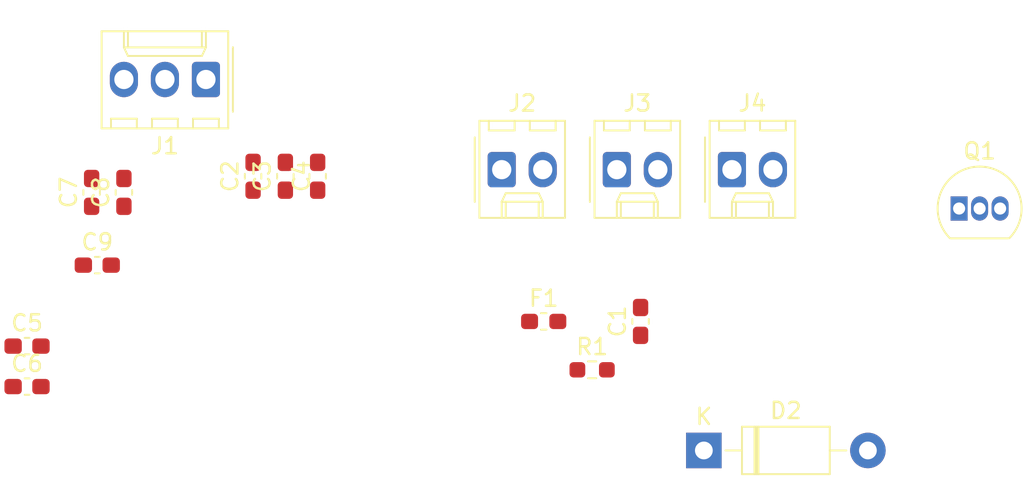
<source format=kicad_pcb>
(kicad_pcb (version 20240108) (generator "pcbnew") (generator_version "8.0")
  (title_block (title "Template") (date "2022-08-16") (rev "0.0") (company "Illini Solar Car") (comment 1 "Designed By: Your Name"))
  (layers (0 "F.Cu" signal) (31 "B.Cu" signal) (34 "B.Paste" user) (35 "F.Paste" user) (36 "B.SilkS" user "B.Silkscreen") (37 "F.SilkS" user "F.Silkscreen") (38 "B.Mask" user) (39 "F.Mask" user) (44 "Edge.Cuts" user))
  (net 0 "")
  (net 1 "Net-(C1-Pad1)")
  (net 2 "GND")
  (net 3 "+24V")
  (net 4 "/HORN_IN")
  (net 5 "Net-(Q1-D)")
  (net 6 "/HORN_CTL")
  (net 7 "Net-(J3-Pin_1)")
  (footprint "Capacitor_SMD:C_0603_1608Metric_Pad1.08x0.95mm_HandSolder" (layer "F.Cu") (at 79 87 90)
    (property "Reference" "C7" (at 0 -1.43 90) (layer "F.SilkS"))
    (property "Value" "10uF")
    (fp_line (start -0.146267 -0.51) (end 0.146267 -0.51) (stroke (width 0.12)) (layer "F.SilkS"))
    (fp_line (start -0.146267 0.51) (end 0.146267 0.51) (stroke (width 0.12)) (layer "F.SilkS"))
    (pad "1" smd roundrect (at -0.8625 0 90) (size 1.075 0.95) (layers "F.Cu" "F.Paste" "F.Mask") (net 3 "+24V"))
    (pad "2" smd roundrect (at 0.8625 0 90) (size 1.075 0.95) (layers "F.Cu" "F.Paste" "F.Mask") (net 2 "GND"))
  )
  (footprint "Capacitor_SMD:C_0603_1608Metric_Pad1.08x0.95mm_HandSolder" (layer "F.Cu") (at 93 86 90)
    (property "Reference" "C4" (at 0 -1 90) (layer "F.SilkS"))
    (property "Value" "0.1uF")
    (fp_line (start -0.146267 -0.51) (end 0.146267 -0.51) (stroke (width 0.12)) (layer "F.SilkS"))
    (fp_line (start -0.146267 0.51) (end 0.146267 0.51) (stroke (width 0.12)) (layer "F.SilkS"))
    (pad "1" smd roundrect (at -0.8625 0 90) (size 1.075 0.95) (layers "F.Cu" "F.Paste" "F.Mask") (net 3 "+24V"))
    (pad "2" smd roundrect (at 0.8625 0 90) (size 1.075 0.95) (layers "F.Cu" "F.Paste" "F.Mask") (net 2 "GND"))
  )
  (footprint "Capacitor_SMD:C_0603_1608Metric_Pad1.08x0.95mm_HandSolder" (layer "F.Cu") (at 75 96.53)
    (property "Reference" "C5" (at 0 -1.43 0) (layer "F.SilkS"))
    (property "Value" "1uF")
    (fp_line (start -0.146267 -0.51) (end 0.146267 -0.51) (stroke (width 0.12)) (layer "F.SilkS"))
    (fp_line (start -0.146267 0.51) (end 0.146267 0.51) (stroke (width 0.12)) (layer "F.SilkS"))
    (pad "1" smd roundrect (at -0.8625 0) (size 1.075 0.95) (layers "F.Cu" "F.Paste" "F.Mask") (net 3 "+24V"))
    (pad "2" smd roundrect (at 0.8625 0) (size 1.075 0.95) (layers "F.Cu" "F.Paste" "F.Mask") (net 2 "GND"))
  )
  (footprint "Connector_Molex:Molex_KK-254_AE-6410-02A_1x02_P2.54mm_Vertical" (layer "F.Cu") (at 104.4 85.59)
    (property "Reference" "J2" (at 1.27 -4.12 0) (layer "F.SilkS"))
    (property "Value" "Conn_01x02")
    (fp_line (start -1.67 -2) (end -1.67 2) (stroke (width 0.12)) (layer "F.SilkS"))
    (fp_line (start -1.38 -3.03) (end -1.38 2.99) (stroke (width 0.12)) (layer "F.SilkS"))
    (fp_line (start -1.38 2.99) (end 3.92 2.99) (stroke (width 0.12)) (layer "F.SilkS"))
    (fp_line (start -0.8 -3.03) (end -0.8 -2.43) (stroke (width 0.12)) (layer "F.SilkS"))
    (fp_line (start -0.8 -2.43) (end 0.8 -2.43) (stroke (width 0.12)) (layer "F.SilkS"))
    (fp_line (start 0 1.99) (end 0.25 1.46) (stroke (width 0.12)) (layer "F.SilkS"))
    (fp_line (start 0 1.99) (end 2.54 1.99) (stroke (width 0.12)) (layer "F.SilkS"))
    (fp_line (start 0 2.99) (end 0 1.99) (stroke (width 0.12)) (layer "F.SilkS"))
    (fp_line (start 0.25 1.46) (end 2.29 1.46) (stroke (width 0.12)) (layer "F.SilkS"))
    (fp_line (start 0.25 2.99) (end 0.25 1.99) (stroke (width 0.12)) (layer "F.SilkS"))
    (fp_line (start 0.8 -2.43) (end 0.8 -3.03) (stroke (width 0.12)) (layer "F.SilkS"))
    (fp_line (start 1.74 -3.03) (end 1.74 -2.43) (stroke (width 0.12)) (layer "F.SilkS"))
    (fp_line (start 1.74 -2.43) (end 3.34 -2.43) (stroke (width 0.12)) (layer "F.SilkS"))
    (fp_line (start 2.29 1.46) (end 2.54 1.99) (stroke (width 0.12)) (layer "F.SilkS"))
    (fp_line (start 2.29 2.99) (end 2.29 1.99) (stroke (width 0.12)) (layer "F.SilkS"))
    (fp_line (start 2.54 1.99) (end 2.54 2.99) (stroke (width 0.12)) (layer "F.SilkS"))
    (fp_line (start 3.34 -2.43) (end 3.34 -3.03) (stroke (width 0.12)) (layer "F.SilkS"))
    (fp_line (start 3.92 -3.03) (end -1.38 -3.03) (stroke (width 0.12)) (layer "F.SilkS"))
    (fp_line (start 3.92 2.99) (end 3.92 -3.03) (stroke (width 0.12)) (layer "F.SilkS"))
    (pad "1" thru_hole roundrect (at 0 0) (size 1.74 2.19) (drill 1.19) (layers "*.Cu" "*.Mask") (roundrect_rratio 0.143678) (net 2 "GND"))
    (pad "2" thru_hole oval (at 2.54 0) (size 1.74 2.19) (drill 1.19) (layers "*.Cu" "*.Mask") (net 6 "/HORN_CTL"))
  )
  (footprint "Connector_Molex:Molex_KK-254_AE-6410-02A_1x02_P2.54mm_Vertical" (layer "F.Cu") (at 118.66 85.59)
    (property "Reference" "J4" (at 1.27 -4.12 0) (layer "F.SilkS"))
    (property "Value" "Conn_01x02")
    (fp_line (start -1.67 -2) (end -1.67 2) (stroke (width 0.12)) (layer "F.SilkS"))
    (fp_line (start -1.38 -3.03) (end -1.38 2.99) (stroke (width 0.12)) (layer "F.SilkS"))
    (fp_line (start -1.38 2.99) (end 3.92 2.99) (stroke (width 0.12)) (layer "F.SilkS"))
    (fp_line (start -0.8 -3.03) (end -0.8 -2.43) (stroke (width 0.12)) (layer "F.SilkS"))
    (fp_line (start -0.8 -2.43) (end 0.8 -2.43) (stroke (width 0.12)) (layer "F.SilkS"))
    (fp_line (start 0 1.99) (end 0.25 1.46) (stroke (width 0.12)) (layer "F.SilkS"))
    (fp_line (start 0 1.99) (end 2.54 1.99) (stroke (width 0.12)) (layer "F.SilkS"))
    (fp_line (start 0 2.99) (end 0 1.99) (stroke (width 0.12)) (layer "F.SilkS"))
    (fp_line (start 0.25 1.46) (end 2.29 1.46) (stroke (width 0.12)) (layer "F.SilkS"))
    (fp_line (start 0.25 2.99) (end 0.25 1.99) (stroke (width 0.12)) (layer "F.SilkS"))
    (fp_line (start 0.8 -2.43) (end 0.8 -3.03) (stroke (width 0.12)) (layer "F.SilkS"))
    (fp_line (start 1.74 -3.03) (end 1.74 -2.43) (stroke (width 0.12)) (layer "F.SilkS"))
    (fp_line (start 1.74 -2.43) (end 3.34 -2.43) (stroke (width 0.12)) (layer "F.SilkS"))
    (fp_line (start 2.29 1.46) (end 2.54 1.99) (stroke (width 0.12)) (layer "F.SilkS"))
    (fp_line (start 2.29 2.99) (end 2.29 1.99) (stroke (width 0.12)) (layer "F.SilkS"))
    (fp_line (start 2.54 1.99) (end 2.54 2.99) (stroke (width 0.12)) (layer "F.SilkS"))
    (fp_line (start 3.34 -2.43) (end 3.34 -3.03) (stroke (width 0.12)) (layer "F.SilkS"))
    (fp_line (start 3.92 -3.03) (end -1.38 -3.03) (stroke (width 0.12)) (layer "F.SilkS"))
    (fp_line (start 3.92 2.99) (end 3.92 -3.03) (stroke (width 0.12)) (layer "F.SilkS"))
    (pad "1" thru_hole roundrect (at 0 0) (size 1.74 2.19) (drill 1.19) (layers "*.Cu" "*.Mask") (roundrect_rratio 0.143678) (net 3 "+24V"))
    (pad "2" thru_hole oval (at 2.54 0) (size 1.74 2.19) (drill 1.19) (layers "*.Cu" "*.Mask") (net 7 "Net-(J3-Pin_1)"))
  )
  (footprint "Package_TO_SOT_THT:TO-92_Inline" (layer "F.Cu") (at 132.73 88)
    (property "Reference" "Q1" (at 1.27 -3.56 0) (layer "F.SilkS"))
    (property "Value" "BS108")
    (fp_line (start -0.53 1.85) (end 3.07 1.85) (stroke (width 0.12)) (layer "F.SilkS"))
    (fp_arc (start -0.568478 1.838478) (mid -1.132087 -0.994977) (end 1.27 -2.6) (stroke (width 0.12)) (layer "F.SilkS"))
    (fp_arc (start 1.27 -2.6) (mid 3.672087 -0.994977) (end 3.108478 1.838478) (stroke (width 0.12)) (layer "F.SilkS"))
    (pad "1" thru_hole rect (at 0 0) (size 1.05 1.5) (drill 0.75) (layers "*.Cu" "*.Mask") (net 5 "Net-(Q1-D)"))
    (pad "2" thru_hole oval (at 1.27 0) (size 1.05 1.5) (drill 0.75) (layers "*.Cu" "*.Mask") (net 6 "/HORN_CTL"))
    (pad "3" thru_hole oval (at 2.54 0) (size 1.05 1.5) (drill 0.75) (layers "*.Cu" "*.Mask") (net 2 "GND"))
  )
  (footprint "Capacitor_SMD:C_0603_1608Metric_Pad1.08x0.95mm_HandSolder" (layer "F.Cu") (at 75 99.04)
    (property "Reference" "C6" (at 0 -1.43 0) (layer "F.SilkS"))
    (property "Value" "1uF")
    (fp_line (start -0.146267 -0.51) (end 0.146267 -0.51) (stroke (width 0.12)) (layer "F.SilkS"))
    (fp_line (start -0.146267 0.51) (end 0.146267 0.51) (stroke (width 0.12)) (layer "F.SilkS"))
    (pad "1" smd roundrect (at -0.8625 0) (size 1.075 0.95) (layers "F.Cu" "F.Paste" "F.Mask") (net 3 "+24V"))
    (pad "2" smd roundrect (at 0.8625 0) (size 1.075 0.95) (layers "F.Cu" "F.Paste" "F.Mask") (net 2 "GND"))
  )
  (footprint "Capacitor_SMD:C_0603_1608Metric_Pad1.08x0.95mm_HandSolder" (layer "F.Cu") (at 91 86 90)
    (property "Reference" "C3" (at 0 -1.43 90) (layer "F.SilkS"))
    (property "Value" "0.1uF")
    (fp_line (start -0.146267 -0.51) (end 0.146267 -0.51) (stroke (width 0.12)) (layer "F.SilkS"))
    (fp_line (start -0.146267 0.51) (end 0.146267 0.51) (stroke (width 0.12)) (layer "F.SilkS"))
    (pad "1" smd roundrect (at -0.8625 0 90) (size 1.075 0.95) (layers "F.Cu" "F.Paste" "F.Mask") (net 3 "+24V"))
    (pad "2" smd roundrect (at 0.8625 0 90) (size 1.075 0.95) (layers "F.Cu" "F.Paste" "F.Mask") (net 2 "GND"))
  )
  (footprint "Connector_Molex:Molex_KK-254_AE-6410-03A_1x03_P2.54mm_Vertical" (layer "F.Cu") (at 86.08 80 180)
    (property "Reference" "J1" (at 2.54 -4.12 360) (layer "F.SilkS"))
    (property "Value" "Conn_01x03")
    (fp_line (start 6.46 2.99) (end 6.46 -3.03) (stroke (width 0.12)) (layer "F.SilkS"))
    (fp_line (start 6.46 -3.03) (end -1.38 -3.03) (stroke (width 0.12)) (layer "F.SilkS"))
    (fp_line (start 5.88 -2.43) (end 5.88 -3.03) (stroke (width 0.12)) (layer "F.SilkS"))
    (fp_line (start 5.08 1.99) (end 5.08 2.99) (stroke (width 0.12)) (layer "F.SilkS"))
    (fp_line (start 4.83 2.99) (end 4.83 1.99) (stroke (width 0.12)) (layer "F.SilkS"))
    (fp_line (start 4.83 1.46) (end 5.08 1.99) (stroke (width 0.12)) (layer "F.SilkS"))
    (fp_line (start 4.28 -2.43) (end 5.88 -2.43) (stroke (width 0.12)) (layer "F.SilkS"))
    (fp_line (start 4.28 -3.03) (end 4.28 -2.43) (stroke (width 0.12)) (layer "F.SilkS"))
    (fp_line (start 3.34 -2.43) (end 3.34 -3.03) (stroke (width 0.12)) (layer "F.SilkS"))
    (fp_line (start 1.74 -2.43) (end 3.34 -2.43) (stroke (width 0.12)) (layer "F.SilkS"))
    (fp_line (start 1.74 -3.03) (end 1.74 -2.43) (stroke (width 0.12)) (layer "F.SilkS"))
    (fp_line (start 0.8 -2.43) (end 0.8 -3.03) (stroke (width 0.12)) (layer "F.SilkS"))
    (fp_line (start 0.25 2.99) (end 0.25 1.99) (stroke (width 0.12)) (layer "F.SilkS"))
    (fp_line (start 0.25 1.46) (end 4.83 1.46) (stroke (width 0.12)) (layer "F.SilkS"))
    (fp_line (start 0 2.99) (end 0 1.99) (stroke (width 0.12)) (layer "F.SilkS"))
    (fp_line (start 0 1.99) (end 5.08 1.99) (stroke (width 0.12)) (layer "F.SilkS"))
    (fp_line (start 0 1.99) (end 0.25 1.46) (stroke (width 0.12)) (layer "F.SilkS"))
    (fp_line (start -0.8 -2.43) (end 0.8 -2.43) (stroke (width 0.12)) (layer "F.SilkS"))
    (fp_line (start -0.8 -3.03) (end -0.8 -2.43) (stroke (width 0.12)) (layer "F.SilkS"))
    (fp_line (start -1.38 2.99) (end 6.46 2.99) (stroke (width 0.12)) (layer "F.SilkS"))
    (fp_line (start -1.38 -3.03) (end -1.38 2.99) (stroke (width 0.12)) (layer "F.SilkS"))
    (fp_line (start -1.67 -2) (end -1.67 2) (stroke (width 0.12)) (layer "F.SilkS"))
    (pad "1" thru_hole roundrect (at 0 0 180) (size 1.74 2.19) (drill 1.19) (layers "*.Cu" "*.Mask") (roundrect_rratio 0.143678) (net 2 "GND"))
    (pad "2" thru_hole oval (at 2.54 0 180) (size 1.74 2.19) (drill 1.19) (layers "*.Cu" "*.Mask") (net 3 "+24V"))
    (pad "3" thru_hole oval (at 5.08 0 180) (size 1.74 2.19) (drill 1.19) (layers "*.Cu" "*.Mask") (net 2 "GND"))
  )
  (footprint "Capacitor_SMD:C_0603_1608Metric_Pad1.08x0.95mm_HandSolder" (layer "F.Cu") (at 113 95 90)
    (property "Reference" "C1" (at 0 -1.43 90) (layer "F.SilkS"))
    (property "Value" "0.1uF")
    (fp_line (start -0.146267 -0.51) (end 0.146267 -0.51) (stroke (width 0.12)) (layer "F.SilkS"))
    (fp_line (start -0.146267 0.51) (end 0.146267 0.51) (stroke (width 0.12)) (layer "F.SilkS"))
    (pad "1" smd roundrect (at -0.8625 0 90) (size 1.075 0.95) (layers "F.Cu" "F.Paste" "F.Mask") (net 1 "Net-(C1-Pad1)"))
    (pad "2" smd roundrect (at 0.8625 0 90) (size 1.075 0.95) (layers "F.Cu" "F.Paste" "F.Mask") (net 2 "GND"))
  )
  (footprint "Capacitor_SMD:C_0603_1608Metric_Pad1.08x0.95mm_HandSolder" (layer "F.Cu") (at 79.35 91.51)
    (property "Reference" "C9" (at 0 -1.43 0) (layer "F.SilkS"))
    (property "Value" "100uF")
    (fp_line (start -0.146267 -0.51) (end 0.146267 -0.51) (stroke (width 0.12)) (layer "F.SilkS"))
    (fp_line (start -0.146267 0.51) (end 0.146267 0.51) (stroke (width 0.12)) (layer "F.SilkS"))
    (pad "1" smd roundrect (at -0.8625 0) (size 1.075 0.95) (layers "F.Cu" "F.Paste" "F.Mask") (net 3 "+24V"))
    (pad "2" smd roundrect (at 0.8625 0) (size 1.075 0.95) (layers "F.Cu" "F.Paste" "F.Mask") (net 2 "GND"))
  )
  (footprint "Capacitor_SMD:C_0603_1608Metric_Pad1.08x0.95mm_HandSolder" (layer "F.Cu") (at 89 86 90)
    (property "Reference" "C2" (at 0 -1.43 90) (layer "F.SilkS"))
    (property "Value" "0.1uF")
    (fp_line (start -0.146267 -0.51) (end 0.146267 -0.51) (stroke (width 0.12)) (layer "F.SilkS"))
    (fp_line (start -0.146267 0.51) (end 0.146267 0.51) (stroke (width 0.12)) (layer "F.SilkS"))
    (pad "1" smd roundrect (at -0.8625 0 90) (size 1.075 0.95) (layers "F.Cu" "F.Paste" "F.Mask") (net 3 "+24V"))
    (pad "2" smd roundrect (at 0.8625 0 90) (size 1.075 0.95) (layers "F.Cu" "F.Paste" "F.Mask") (net 2 "GND"))
  )
  (footprint "Diode_THT:D_DO-41_SOD81_P10.16mm_Horizontal" (layer "F.Cu") (at 116.92 103)
    (property "Reference" "D2" (at 5.08 -2.47 0) (layer "F.SilkS"))
    (property "Value" "1N4003")
    (fp_line (start 1.34 0) (end 2.36 0) (stroke (width 0.12)) (layer "F.SilkS"))
    (fp_line (start 2.36 -1.47) (end 2.36 1.47) (stroke (width 0.12)) (layer "F.SilkS"))
    (fp_line (start 2.36 1.47) (end 7.8 1.47) (stroke (width 0.12)) (layer "F.SilkS"))
    (fp_line (start 3.14 -1.47) (end 3.14 1.47) (stroke (width 0.12)) (layer "F.SilkS"))
    (fp_line (start 3.26 -1.47) (end 3.26 1.47) (stroke (width 0.12)) (layer "F.SilkS"))
    (fp_line (start 3.38 -1.47) (end 3.38 1.47) (stroke (width 0.12)) (layer "F.SilkS"))
    (fp_line (start 7.8 -1.47) (end 2.36 -1.47) (stroke (width 0.12)) (layer "F.SilkS"))
    (fp_line (start 7.8 1.47) (end 7.8 -1.47) (stroke (width 0.12)) (layer "F.SilkS"))
    (fp_line (start 8.82 0) (end 7.8 0) (stroke (width 0.12)) (layer "F.SilkS"))
    (fp_text user "K" (at 0 -2.1 0) (layer "F.SilkS"))
    (pad "1" thru_hole rect (at 0 0) (size 2.2 2.2) (drill 1.1) (layers "*.Cu" "*.Mask") (net 3 "+24V"))
    (pad "2" thru_hole oval (at 10.16 0) (size 2.2 2.2) (drill 1.1) (layers "*.Cu" "*.Mask") (net 4 "/HORN_IN"))
  )
  (footprint "Connector_Molex:Molex_KK-254_AE-6410-02A_1x02_P2.54mm_Vertical" (layer "F.Cu") (at 111.53 85.59)
    (property "Reference" "J3" (at 1.27 -4.12 0) (layer "F.SilkS"))
    (property "Value" "Conn_01x02")
    (fp_line (start -1.67 -2) (end -1.67 2) (stroke (width 0.12)) (layer "F.SilkS"))
    (fp_line (start -1.38 -3.03) (end -1.38 2.99) (stroke (width 0.12)) (layer "F.SilkS"))
    (fp_line (start -1.38 2.99) (end 3.92 2.99) (stroke (width 0.12)) (layer "F.SilkS"))
    (fp_line (start -0.8 -3.03) (end -0.8 -2.43) (stroke (width 0.12)) (layer "F.SilkS"))
    (fp_line (start -0.8 -2.43) (end 0.8 -2.43) (stroke (width 0.12)) (layer "F.SilkS"))
    (fp_line (start 0 1.99) (end 0.25 1.46) (stroke (width 0.12)) (layer "F.SilkS"))
    (fp_line (start 0 1.99) (end 2.54 1.99) (stroke (width 0.12)) (layer "F.SilkS"))
    (fp_line (start 0 2.99) (end 0 1.99) (stroke (width 0.12)) (layer "F.SilkS"))
    (fp_line (start 0.25 1.46) (end 2.29 1.46) (stroke (width 0.12)) (layer "F.SilkS"))
    (fp_line (start 0.25 2.99) (end 0.25 1.99) (stroke (width 0.12)) (layer "F.SilkS"))
    (fp_line (start 0.8 -2.43) (end 0.8 -3.03) (stroke (width 0.12)) (layer "F.SilkS"))
    (fp_line (start 1.74 -3.03) (end 1.74 -2.43) (stroke (width 0.12)) (layer "F.SilkS"))
    (fp_line (start 1.74 -2.43) (end 3.34 -2.43) (stroke (width 0.12)) (layer "F.SilkS"))
    (fp_line (start 2.29 1.46) (end 2.54 1.99) (stroke (width 0.12)) (layer "F.SilkS"))
    (fp_line (start 2.29 2.99) (end 2.29 1.99) (stroke (width 0.12)) (layer "F.SilkS"))
    (fp_line (start 2.54 1.99) (end 2.54 2.99) (stroke (width 0.12)) (layer "F.SilkS"))
    (fp_line (start 3.34 -2.43) (end 3.34 -3.03) (stroke (width 0.12)) (layer "F.SilkS"))
    (fp_line (start 3.92 -3.03) (end -1.38 -3.03) (stroke (width 0.12)) (layer "F.SilkS"))
    (fp_line (start 3.92 2.99) (end 3.92 -3.03) (stroke (width 0.12)) (layer "F.SilkS"))
    (pad "1" thru_hole roundrect (at 0 0) (size 1.74 2.19) (drill 1.19) (layers "*.Cu" "*.Mask") (roundrect_rratio 0.143678) (net 7 "Net-(J3-Pin_1)"))
    (pad "2" thru_hole oval (at 2.54 0) (size 1.74 2.19) (drill 1.19) (layers "*.Cu" "*.Mask") (net 4 "/HORN_IN"))
  )
  (footprint "Resistor_SMD:R_0603_1608Metric_Pad0.98x0.95mm_HandSolder" (layer "F.Cu") (at 110 98)
    (property "Reference" "R1" (at 0 -1.43 0) (layer "F.SilkS"))
    (property "Value" "1k")
    (fp_line (start -0.254724 -0.5225) (end 0.254724 -0.5225) (stroke (width 0.12)) (layer "F.SilkS"))
    (fp_line (start -0.254724 0.5225) (end 0.254724 0.5225) (stroke (width 0.12)) (layer "F.SilkS"))
    (pad "1" smd roundrect (at -0.9125 0) (size 0.975 0.95) (layers "F.Cu" "F.Paste" "F.Mask") (net 6 "/HORN_CTL"))
    (pad "2" smd roundrect (at 0.9125 0) (size 0.975 0.95) (layers "F.Cu" "F.Paste" "F.Mask") (net 1 "Net-(C1-Pad1)"))
  )
  (footprint "Fuse:Fuse_0603_1608Metric_Pad1.05x0.95mm_HandSolder" (layer "F.Cu") (at 107 95)
    (property "Reference" "F1" (at 0 -1.43 0) (layer "F.SilkS"))
    (property "Value" "Fuse")
    (fp_line (start -0.171267 -0.51) (end 0.171267 -0.51) (stroke (width 0.12)) (layer "F.SilkS"))
    (fp_line (start -0.171267 0.51) (end 0.171267 0.51) (stroke (width 0.12)) (layer "F.SilkS"))
    (pad "1" smd roundrect (at -0.875 0) (size 1.05 0.95) (layers "F.Cu" "F.Paste" "F.Mask") (net 4 "/HORN_IN"))
    (pad "2" smd roundrect (at 0.875 0) (size 1.05 0.95) (layers "F.Cu" "F.Paste" "F.Mask") (net 5 "Net-(Q1-D)"))
  )
  (footprint "Capacitor_SMD:C_0603_1608Metric_Pad1.08x0.95mm_HandSolder" (layer "F.Cu") (at 81 87 90)
    (property "Reference" "C8" (at 0 -1.43 90) (layer "F.SilkS"))
    (property "Value" "10uF")
    (fp_line (start -0.146267 -0.51) (end 0.146267 -0.51) (stroke (width 0.12)) (layer "F.SilkS"))
    (fp_line (start -0.146267 0.51) (end 0.146267 0.51) (stroke (width 0.12)) (layer "F.SilkS"))
    (pad "1" smd roundrect (at -0.8625 0 90) (size 1.075 0.95) (layers "F.Cu" "F.Paste" "F.Mask") (net 3 "+24V"))
    (pad "2" smd roundrect (at 0.8625 0 90) (size 1.075 0.95) (layers "F.Cu" "F.Paste" "F.Mask") (net 2 "GND"))
  )
)
</source>
